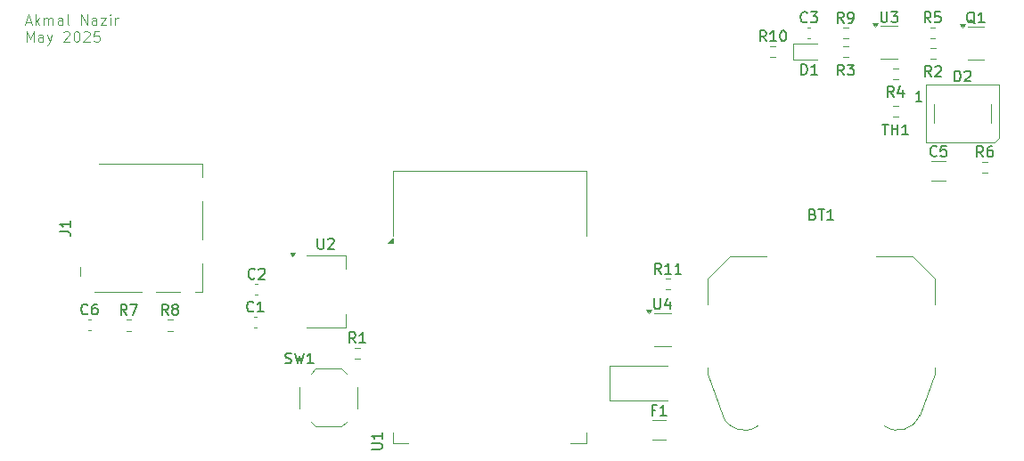
<source format=gbr>
%TF.GenerationSoftware,KiCad,Pcbnew,8.0.6*%
%TF.CreationDate,2025-05-20T21:00:01-04:00*%
%TF.ProjectId,aquasage,61717561-7361-4676-952e-6b696361645f,rev?*%
%TF.SameCoordinates,Original*%
%TF.FileFunction,Legend,Top*%
%TF.FilePolarity,Positive*%
%FSLAX46Y46*%
G04 Gerber Fmt 4.6, Leading zero omitted, Abs format (unit mm)*
G04 Created by KiCad (PCBNEW 8.0.6) date 2025-05-20 21:00:01*
%MOMM*%
%LPD*%
G01*
G04 APERTURE LIST*
%ADD10C,0.100000*%
%ADD11C,0.150000*%
%ADD12C,0.120000*%
G04 APERTURE END LIST*
D10*
X54586865Y-26932760D02*
X55063055Y-26932760D01*
X54491627Y-27218475D02*
X54824960Y-26218475D01*
X54824960Y-26218475D02*
X55158293Y-27218475D01*
X55491627Y-27218475D02*
X55491627Y-26218475D01*
X55586865Y-26837522D02*
X55872579Y-27218475D01*
X55872579Y-26551808D02*
X55491627Y-26932760D01*
X56301151Y-27218475D02*
X56301151Y-26551808D01*
X56301151Y-26647046D02*
X56348770Y-26599427D01*
X56348770Y-26599427D02*
X56444008Y-26551808D01*
X56444008Y-26551808D02*
X56586865Y-26551808D01*
X56586865Y-26551808D02*
X56682103Y-26599427D01*
X56682103Y-26599427D02*
X56729722Y-26694665D01*
X56729722Y-26694665D02*
X56729722Y-27218475D01*
X56729722Y-26694665D02*
X56777341Y-26599427D01*
X56777341Y-26599427D02*
X56872579Y-26551808D01*
X56872579Y-26551808D02*
X57015436Y-26551808D01*
X57015436Y-26551808D02*
X57110675Y-26599427D01*
X57110675Y-26599427D02*
X57158294Y-26694665D01*
X57158294Y-26694665D02*
X57158294Y-27218475D01*
X58063055Y-27218475D02*
X58063055Y-26694665D01*
X58063055Y-26694665D02*
X58015436Y-26599427D01*
X58015436Y-26599427D02*
X57920198Y-26551808D01*
X57920198Y-26551808D02*
X57729722Y-26551808D01*
X57729722Y-26551808D02*
X57634484Y-26599427D01*
X58063055Y-27170856D02*
X57967817Y-27218475D01*
X57967817Y-27218475D02*
X57729722Y-27218475D01*
X57729722Y-27218475D02*
X57634484Y-27170856D01*
X57634484Y-27170856D02*
X57586865Y-27075617D01*
X57586865Y-27075617D02*
X57586865Y-26980379D01*
X57586865Y-26980379D02*
X57634484Y-26885141D01*
X57634484Y-26885141D02*
X57729722Y-26837522D01*
X57729722Y-26837522D02*
X57967817Y-26837522D01*
X57967817Y-26837522D02*
X58063055Y-26789903D01*
X58682103Y-27218475D02*
X58586865Y-27170856D01*
X58586865Y-27170856D02*
X58539246Y-27075617D01*
X58539246Y-27075617D02*
X58539246Y-26218475D01*
X59824961Y-27218475D02*
X59824961Y-26218475D01*
X59824961Y-26218475D02*
X60396389Y-27218475D01*
X60396389Y-27218475D02*
X60396389Y-26218475D01*
X61301151Y-27218475D02*
X61301151Y-26694665D01*
X61301151Y-26694665D02*
X61253532Y-26599427D01*
X61253532Y-26599427D02*
X61158294Y-26551808D01*
X61158294Y-26551808D02*
X60967818Y-26551808D01*
X60967818Y-26551808D02*
X60872580Y-26599427D01*
X61301151Y-27170856D02*
X61205913Y-27218475D01*
X61205913Y-27218475D02*
X60967818Y-27218475D01*
X60967818Y-27218475D02*
X60872580Y-27170856D01*
X60872580Y-27170856D02*
X60824961Y-27075617D01*
X60824961Y-27075617D02*
X60824961Y-26980379D01*
X60824961Y-26980379D02*
X60872580Y-26885141D01*
X60872580Y-26885141D02*
X60967818Y-26837522D01*
X60967818Y-26837522D02*
X61205913Y-26837522D01*
X61205913Y-26837522D02*
X61301151Y-26789903D01*
X61682104Y-26551808D02*
X62205913Y-26551808D01*
X62205913Y-26551808D02*
X61682104Y-27218475D01*
X61682104Y-27218475D02*
X62205913Y-27218475D01*
X62586866Y-27218475D02*
X62586866Y-26551808D01*
X62586866Y-26218475D02*
X62539247Y-26266094D01*
X62539247Y-26266094D02*
X62586866Y-26313713D01*
X62586866Y-26313713D02*
X62634485Y-26266094D01*
X62634485Y-26266094D02*
X62586866Y-26218475D01*
X62586866Y-26218475D02*
X62586866Y-26313713D01*
X63063056Y-27218475D02*
X63063056Y-26551808D01*
X63063056Y-26742284D02*
X63110675Y-26647046D01*
X63110675Y-26647046D02*
X63158294Y-26599427D01*
X63158294Y-26599427D02*
X63253532Y-26551808D01*
X63253532Y-26551808D02*
X63348770Y-26551808D01*
X54634484Y-28828419D02*
X54634484Y-27828419D01*
X54634484Y-27828419D02*
X54967817Y-28542704D01*
X54967817Y-28542704D02*
X55301150Y-27828419D01*
X55301150Y-27828419D02*
X55301150Y-28828419D01*
X56205912Y-28828419D02*
X56205912Y-28304609D01*
X56205912Y-28304609D02*
X56158293Y-28209371D01*
X56158293Y-28209371D02*
X56063055Y-28161752D01*
X56063055Y-28161752D02*
X55872579Y-28161752D01*
X55872579Y-28161752D02*
X55777341Y-28209371D01*
X56205912Y-28780800D02*
X56110674Y-28828419D01*
X56110674Y-28828419D02*
X55872579Y-28828419D01*
X55872579Y-28828419D02*
X55777341Y-28780800D01*
X55777341Y-28780800D02*
X55729722Y-28685561D01*
X55729722Y-28685561D02*
X55729722Y-28590323D01*
X55729722Y-28590323D02*
X55777341Y-28495085D01*
X55777341Y-28495085D02*
X55872579Y-28447466D01*
X55872579Y-28447466D02*
X56110674Y-28447466D01*
X56110674Y-28447466D02*
X56205912Y-28399847D01*
X56586865Y-28161752D02*
X56824960Y-28828419D01*
X57063055Y-28161752D02*
X56824960Y-28828419D01*
X56824960Y-28828419D02*
X56729722Y-29066514D01*
X56729722Y-29066514D02*
X56682103Y-29114133D01*
X56682103Y-29114133D02*
X56586865Y-29161752D01*
X58158294Y-27923657D02*
X58205913Y-27876038D01*
X58205913Y-27876038D02*
X58301151Y-27828419D01*
X58301151Y-27828419D02*
X58539246Y-27828419D01*
X58539246Y-27828419D02*
X58634484Y-27876038D01*
X58634484Y-27876038D02*
X58682103Y-27923657D01*
X58682103Y-27923657D02*
X58729722Y-28018895D01*
X58729722Y-28018895D02*
X58729722Y-28114133D01*
X58729722Y-28114133D02*
X58682103Y-28256990D01*
X58682103Y-28256990D02*
X58110675Y-28828419D01*
X58110675Y-28828419D02*
X58729722Y-28828419D01*
X59348770Y-27828419D02*
X59444008Y-27828419D01*
X59444008Y-27828419D02*
X59539246Y-27876038D01*
X59539246Y-27876038D02*
X59586865Y-27923657D01*
X59586865Y-27923657D02*
X59634484Y-28018895D01*
X59634484Y-28018895D02*
X59682103Y-28209371D01*
X59682103Y-28209371D02*
X59682103Y-28447466D01*
X59682103Y-28447466D02*
X59634484Y-28637942D01*
X59634484Y-28637942D02*
X59586865Y-28733180D01*
X59586865Y-28733180D02*
X59539246Y-28780800D01*
X59539246Y-28780800D02*
X59444008Y-28828419D01*
X59444008Y-28828419D02*
X59348770Y-28828419D01*
X59348770Y-28828419D02*
X59253532Y-28780800D01*
X59253532Y-28780800D02*
X59205913Y-28733180D01*
X59205913Y-28733180D02*
X59158294Y-28637942D01*
X59158294Y-28637942D02*
X59110675Y-28447466D01*
X59110675Y-28447466D02*
X59110675Y-28209371D01*
X59110675Y-28209371D02*
X59158294Y-28018895D01*
X59158294Y-28018895D02*
X59205913Y-27923657D01*
X59205913Y-27923657D02*
X59253532Y-27876038D01*
X59253532Y-27876038D02*
X59348770Y-27828419D01*
X60063056Y-27923657D02*
X60110675Y-27876038D01*
X60110675Y-27876038D02*
X60205913Y-27828419D01*
X60205913Y-27828419D02*
X60444008Y-27828419D01*
X60444008Y-27828419D02*
X60539246Y-27876038D01*
X60539246Y-27876038D02*
X60586865Y-27923657D01*
X60586865Y-27923657D02*
X60634484Y-28018895D01*
X60634484Y-28018895D02*
X60634484Y-28114133D01*
X60634484Y-28114133D02*
X60586865Y-28256990D01*
X60586865Y-28256990D02*
X60015437Y-28828419D01*
X60015437Y-28828419D02*
X60634484Y-28828419D01*
X61539246Y-27828419D02*
X61063056Y-27828419D01*
X61063056Y-27828419D02*
X61015437Y-28304609D01*
X61015437Y-28304609D02*
X61063056Y-28256990D01*
X61063056Y-28256990D02*
X61158294Y-28209371D01*
X61158294Y-28209371D02*
X61396389Y-28209371D01*
X61396389Y-28209371D02*
X61491627Y-28256990D01*
X61491627Y-28256990D02*
X61539246Y-28304609D01*
X61539246Y-28304609D02*
X61586865Y-28399847D01*
X61586865Y-28399847D02*
X61586865Y-28637942D01*
X61586865Y-28637942D02*
X61539246Y-28733180D01*
X61539246Y-28733180D02*
X61491627Y-28780800D01*
X61491627Y-28780800D02*
X61396389Y-28828419D01*
X61396389Y-28828419D02*
X61158294Y-28828419D01*
X61158294Y-28828419D02*
X61063056Y-28780800D01*
X61063056Y-28780800D02*
X61015437Y-28733180D01*
D11*
X144741661Y-27091457D02*
X144646423Y-27043838D01*
X144646423Y-27043838D02*
X144551185Y-26948600D01*
X144551185Y-26948600D02*
X144408328Y-26805742D01*
X144408328Y-26805742D02*
X144313090Y-26758123D01*
X144313090Y-26758123D02*
X144217852Y-26758123D01*
X144265471Y-26996219D02*
X144170233Y-26948600D01*
X144170233Y-26948600D02*
X144074995Y-26853361D01*
X144074995Y-26853361D02*
X144027376Y-26662885D01*
X144027376Y-26662885D02*
X144027376Y-26329552D01*
X144027376Y-26329552D02*
X144074995Y-26139076D01*
X144074995Y-26139076D02*
X144170233Y-26043838D01*
X144170233Y-26043838D02*
X144265471Y-25996219D01*
X144265471Y-25996219D02*
X144455947Y-25996219D01*
X144455947Y-25996219D02*
X144551185Y-26043838D01*
X144551185Y-26043838D02*
X144646423Y-26139076D01*
X144646423Y-26139076D02*
X144694042Y-26329552D01*
X144694042Y-26329552D02*
X144694042Y-26662885D01*
X144694042Y-26662885D02*
X144646423Y-26853361D01*
X144646423Y-26853361D02*
X144551185Y-26948600D01*
X144551185Y-26948600D02*
X144455947Y-26996219D01*
X144455947Y-26996219D02*
X144265471Y-26996219D01*
X145646423Y-26996219D02*
X145074995Y-26996219D01*
X145360709Y-26996219D02*
X145360709Y-25996219D01*
X145360709Y-25996219D02*
X145265471Y-26139076D01*
X145265471Y-26139076D02*
X145170233Y-26234314D01*
X145170233Y-26234314D02*
X145074995Y-26281933D01*
X114280195Y-53249819D02*
X114280195Y-54059342D01*
X114280195Y-54059342D02*
X114327814Y-54154580D01*
X114327814Y-54154580D02*
X114375433Y-54202200D01*
X114375433Y-54202200D02*
X114470671Y-54249819D01*
X114470671Y-54249819D02*
X114661147Y-54249819D01*
X114661147Y-54249819D02*
X114756385Y-54202200D01*
X114756385Y-54202200D02*
X114804004Y-54154580D01*
X114804004Y-54154580D02*
X114851623Y-54059342D01*
X114851623Y-54059342D02*
X114851623Y-53249819D01*
X115756385Y-53583152D02*
X115756385Y-54249819D01*
X115518290Y-53202200D02*
X115280195Y-53916485D01*
X115280195Y-53916485D02*
X115899242Y-53916485D01*
X135825495Y-25961019D02*
X135825495Y-26770542D01*
X135825495Y-26770542D02*
X135873114Y-26865780D01*
X135873114Y-26865780D02*
X135920733Y-26913400D01*
X135920733Y-26913400D02*
X136015971Y-26961019D01*
X136015971Y-26961019D02*
X136206447Y-26961019D01*
X136206447Y-26961019D02*
X136301685Y-26913400D01*
X136301685Y-26913400D02*
X136349304Y-26865780D01*
X136349304Y-26865780D02*
X136396923Y-26770542D01*
X136396923Y-26770542D02*
X136396923Y-25961019D01*
X136777876Y-25961019D02*
X137396923Y-25961019D01*
X137396923Y-25961019D02*
X137063590Y-26341971D01*
X137063590Y-26341971D02*
X137206447Y-26341971D01*
X137206447Y-26341971D02*
X137301685Y-26389590D01*
X137301685Y-26389590D02*
X137349304Y-26437209D01*
X137349304Y-26437209D02*
X137396923Y-26532447D01*
X137396923Y-26532447D02*
X137396923Y-26770542D01*
X137396923Y-26770542D02*
X137349304Y-26865780D01*
X137349304Y-26865780D02*
X137301685Y-26913400D01*
X137301685Y-26913400D02*
X137206447Y-26961019D01*
X137206447Y-26961019D02*
X136920733Y-26961019D01*
X136920733Y-26961019D02*
X136825495Y-26913400D01*
X136825495Y-26913400D02*
X136777876Y-26865780D01*
X82295695Y-47532819D02*
X82295695Y-48342342D01*
X82295695Y-48342342D02*
X82343314Y-48437580D01*
X82343314Y-48437580D02*
X82390933Y-48485200D01*
X82390933Y-48485200D02*
X82486171Y-48532819D01*
X82486171Y-48532819D02*
X82676647Y-48532819D01*
X82676647Y-48532819D02*
X82771885Y-48485200D01*
X82771885Y-48485200D02*
X82819504Y-48437580D01*
X82819504Y-48437580D02*
X82867123Y-48342342D01*
X82867123Y-48342342D02*
X82867123Y-47532819D01*
X83295695Y-47628057D02*
X83343314Y-47580438D01*
X83343314Y-47580438D02*
X83438552Y-47532819D01*
X83438552Y-47532819D02*
X83676647Y-47532819D01*
X83676647Y-47532819D02*
X83771885Y-47580438D01*
X83771885Y-47580438D02*
X83819504Y-47628057D01*
X83819504Y-47628057D02*
X83867123Y-47723295D01*
X83867123Y-47723295D02*
X83867123Y-47818533D01*
X83867123Y-47818533D02*
X83819504Y-47961390D01*
X83819504Y-47961390D02*
X83248076Y-48532819D01*
X83248076Y-48532819D02*
X83867123Y-48532819D01*
X87415019Y-67589304D02*
X88224542Y-67589304D01*
X88224542Y-67589304D02*
X88319780Y-67541685D01*
X88319780Y-67541685D02*
X88367400Y-67494066D01*
X88367400Y-67494066D02*
X88415019Y-67398828D01*
X88415019Y-67398828D02*
X88415019Y-67208352D01*
X88415019Y-67208352D02*
X88367400Y-67113114D01*
X88367400Y-67113114D02*
X88319780Y-67065495D01*
X88319780Y-67065495D02*
X88224542Y-67017876D01*
X88224542Y-67017876D02*
X87415019Y-67017876D01*
X88415019Y-66017876D02*
X88415019Y-66589304D01*
X88415019Y-66303590D02*
X87415019Y-66303590D01*
X87415019Y-66303590D02*
X87557876Y-66398828D01*
X87557876Y-66398828D02*
X87653114Y-66494066D01*
X87653114Y-66494066D02*
X87700733Y-66589304D01*
X135936686Y-36666819D02*
X136508114Y-36666819D01*
X136222400Y-37666819D02*
X136222400Y-36666819D01*
X136841448Y-37666819D02*
X136841448Y-36666819D01*
X136841448Y-37143009D02*
X137412876Y-37143009D01*
X137412876Y-37666819D02*
X137412876Y-36666819D01*
X138412876Y-37666819D02*
X137841448Y-37666819D01*
X138127162Y-37666819D02*
X138127162Y-36666819D01*
X138127162Y-36666819D02*
X138031924Y-36809676D01*
X138031924Y-36809676D02*
X137936686Y-36904914D01*
X137936686Y-36904914D02*
X137841448Y-36952533D01*
X79235467Y-59386000D02*
X79378324Y-59433619D01*
X79378324Y-59433619D02*
X79616419Y-59433619D01*
X79616419Y-59433619D02*
X79711657Y-59386000D01*
X79711657Y-59386000D02*
X79759276Y-59338380D01*
X79759276Y-59338380D02*
X79806895Y-59243142D01*
X79806895Y-59243142D02*
X79806895Y-59147904D01*
X79806895Y-59147904D02*
X79759276Y-59052666D01*
X79759276Y-59052666D02*
X79711657Y-59005047D01*
X79711657Y-59005047D02*
X79616419Y-58957428D01*
X79616419Y-58957428D02*
X79425943Y-58909809D01*
X79425943Y-58909809D02*
X79330705Y-58862190D01*
X79330705Y-58862190D02*
X79283086Y-58814571D01*
X79283086Y-58814571D02*
X79235467Y-58719333D01*
X79235467Y-58719333D02*
X79235467Y-58624095D01*
X79235467Y-58624095D02*
X79283086Y-58528857D01*
X79283086Y-58528857D02*
X79330705Y-58481238D01*
X79330705Y-58481238D02*
X79425943Y-58433619D01*
X79425943Y-58433619D02*
X79664038Y-58433619D01*
X79664038Y-58433619D02*
X79806895Y-58481238D01*
X80140229Y-58433619D02*
X80378324Y-59433619D01*
X80378324Y-59433619D02*
X80568800Y-58719333D01*
X80568800Y-58719333D02*
X80759276Y-59433619D01*
X80759276Y-59433619D02*
X80997372Y-58433619D01*
X81902133Y-59433619D02*
X81330705Y-59433619D01*
X81616419Y-59433619D02*
X81616419Y-58433619D01*
X81616419Y-58433619D02*
X81521181Y-58576476D01*
X81521181Y-58576476D02*
X81425943Y-58671714D01*
X81425943Y-58671714D02*
X81330705Y-58719333D01*
X114939342Y-50891619D02*
X114606009Y-50415428D01*
X114367914Y-50891619D02*
X114367914Y-49891619D01*
X114367914Y-49891619D02*
X114748866Y-49891619D01*
X114748866Y-49891619D02*
X114844104Y-49939238D01*
X114844104Y-49939238D02*
X114891723Y-49986857D01*
X114891723Y-49986857D02*
X114939342Y-50082095D01*
X114939342Y-50082095D02*
X114939342Y-50224952D01*
X114939342Y-50224952D02*
X114891723Y-50320190D01*
X114891723Y-50320190D02*
X114844104Y-50367809D01*
X114844104Y-50367809D02*
X114748866Y-50415428D01*
X114748866Y-50415428D02*
X114367914Y-50415428D01*
X115891723Y-50891619D02*
X115320295Y-50891619D01*
X115606009Y-50891619D02*
X115606009Y-49891619D01*
X115606009Y-49891619D02*
X115510771Y-50034476D01*
X115510771Y-50034476D02*
X115415533Y-50129714D01*
X115415533Y-50129714D02*
X115320295Y-50177333D01*
X116844104Y-50891619D02*
X116272676Y-50891619D01*
X116558390Y-50891619D02*
X116558390Y-49891619D01*
X116558390Y-49891619D02*
X116463152Y-50034476D01*
X116463152Y-50034476D02*
X116367914Y-50129714D01*
X116367914Y-50129714D02*
X116272676Y-50177333D01*
X124908742Y-28769219D02*
X124575409Y-28293028D01*
X124337314Y-28769219D02*
X124337314Y-27769219D01*
X124337314Y-27769219D02*
X124718266Y-27769219D01*
X124718266Y-27769219D02*
X124813504Y-27816838D01*
X124813504Y-27816838D02*
X124861123Y-27864457D01*
X124861123Y-27864457D02*
X124908742Y-27959695D01*
X124908742Y-27959695D02*
X124908742Y-28102552D01*
X124908742Y-28102552D02*
X124861123Y-28197790D01*
X124861123Y-28197790D02*
X124813504Y-28245409D01*
X124813504Y-28245409D02*
X124718266Y-28293028D01*
X124718266Y-28293028D02*
X124337314Y-28293028D01*
X125861123Y-28769219D02*
X125289695Y-28769219D01*
X125575409Y-28769219D02*
X125575409Y-27769219D01*
X125575409Y-27769219D02*
X125480171Y-27912076D01*
X125480171Y-27912076D02*
X125384933Y-28007314D01*
X125384933Y-28007314D02*
X125289695Y-28054933D01*
X126480171Y-27769219D02*
X126575409Y-27769219D01*
X126575409Y-27769219D02*
X126670647Y-27816838D01*
X126670647Y-27816838D02*
X126718266Y-27864457D01*
X126718266Y-27864457D02*
X126765885Y-27959695D01*
X126765885Y-27959695D02*
X126813504Y-28150171D01*
X126813504Y-28150171D02*
X126813504Y-28388266D01*
X126813504Y-28388266D02*
X126765885Y-28578742D01*
X126765885Y-28578742D02*
X126718266Y-28673980D01*
X126718266Y-28673980D02*
X126670647Y-28721600D01*
X126670647Y-28721600D02*
X126575409Y-28769219D01*
X126575409Y-28769219D02*
X126480171Y-28769219D01*
X126480171Y-28769219D02*
X126384933Y-28721600D01*
X126384933Y-28721600D02*
X126337314Y-28673980D01*
X126337314Y-28673980D02*
X126289695Y-28578742D01*
X126289695Y-28578742D02*
X126242076Y-28388266D01*
X126242076Y-28388266D02*
X126242076Y-28150171D01*
X126242076Y-28150171D02*
X126289695Y-27959695D01*
X126289695Y-27959695D02*
X126337314Y-27864457D01*
X126337314Y-27864457D02*
X126384933Y-27816838D01*
X126384933Y-27816838D02*
X126480171Y-27769219D01*
X132280533Y-27016619D02*
X131947200Y-26540428D01*
X131709105Y-27016619D02*
X131709105Y-26016619D01*
X131709105Y-26016619D02*
X132090057Y-26016619D01*
X132090057Y-26016619D02*
X132185295Y-26064238D01*
X132185295Y-26064238D02*
X132232914Y-26111857D01*
X132232914Y-26111857D02*
X132280533Y-26207095D01*
X132280533Y-26207095D02*
X132280533Y-26349952D01*
X132280533Y-26349952D02*
X132232914Y-26445190D01*
X132232914Y-26445190D02*
X132185295Y-26492809D01*
X132185295Y-26492809D02*
X132090057Y-26540428D01*
X132090057Y-26540428D02*
X131709105Y-26540428D01*
X132756724Y-27016619D02*
X132947200Y-27016619D01*
X132947200Y-27016619D02*
X133042438Y-26969000D01*
X133042438Y-26969000D02*
X133090057Y-26921380D01*
X133090057Y-26921380D02*
X133185295Y-26778523D01*
X133185295Y-26778523D02*
X133232914Y-26588047D01*
X133232914Y-26588047D02*
X133232914Y-26207095D01*
X133232914Y-26207095D02*
X133185295Y-26111857D01*
X133185295Y-26111857D02*
X133137676Y-26064238D01*
X133137676Y-26064238D02*
X133042438Y-26016619D01*
X133042438Y-26016619D02*
X132851962Y-26016619D01*
X132851962Y-26016619D02*
X132756724Y-26064238D01*
X132756724Y-26064238D02*
X132709105Y-26111857D01*
X132709105Y-26111857D02*
X132661486Y-26207095D01*
X132661486Y-26207095D02*
X132661486Y-26445190D01*
X132661486Y-26445190D02*
X132709105Y-26540428D01*
X132709105Y-26540428D02*
X132756724Y-26588047D01*
X132756724Y-26588047D02*
X132851962Y-26635666D01*
X132851962Y-26635666D02*
X133042438Y-26635666D01*
X133042438Y-26635666D02*
X133137676Y-26588047D01*
X133137676Y-26588047D02*
X133185295Y-26540428D01*
X133185295Y-26540428D02*
X133232914Y-26445190D01*
X68103133Y-54817819D02*
X67769800Y-54341628D01*
X67531705Y-54817819D02*
X67531705Y-53817819D01*
X67531705Y-53817819D02*
X67912657Y-53817819D01*
X67912657Y-53817819D02*
X68007895Y-53865438D01*
X68007895Y-53865438D02*
X68055514Y-53913057D01*
X68055514Y-53913057D02*
X68103133Y-54008295D01*
X68103133Y-54008295D02*
X68103133Y-54151152D01*
X68103133Y-54151152D02*
X68055514Y-54246390D01*
X68055514Y-54246390D02*
X68007895Y-54294009D01*
X68007895Y-54294009D02*
X67912657Y-54341628D01*
X67912657Y-54341628D02*
X67531705Y-54341628D01*
X68674562Y-54246390D02*
X68579324Y-54198771D01*
X68579324Y-54198771D02*
X68531705Y-54151152D01*
X68531705Y-54151152D02*
X68484086Y-54055914D01*
X68484086Y-54055914D02*
X68484086Y-54008295D01*
X68484086Y-54008295D02*
X68531705Y-53913057D01*
X68531705Y-53913057D02*
X68579324Y-53865438D01*
X68579324Y-53865438D02*
X68674562Y-53817819D01*
X68674562Y-53817819D02*
X68865038Y-53817819D01*
X68865038Y-53817819D02*
X68960276Y-53865438D01*
X68960276Y-53865438D02*
X69007895Y-53913057D01*
X69007895Y-53913057D02*
X69055514Y-54008295D01*
X69055514Y-54008295D02*
X69055514Y-54055914D01*
X69055514Y-54055914D02*
X69007895Y-54151152D01*
X69007895Y-54151152D02*
X68960276Y-54198771D01*
X68960276Y-54198771D02*
X68865038Y-54246390D01*
X68865038Y-54246390D02*
X68674562Y-54246390D01*
X68674562Y-54246390D02*
X68579324Y-54294009D01*
X68579324Y-54294009D02*
X68531705Y-54341628D01*
X68531705Y-54341628D02*
X68484086Y-54436866D01*
X68484086Y-54436866D02*
X68484086Y-54627342D01*
X68484086Y-54627342D02*
X68531705Y-54722580D01*
X68531705Y-54722580D02*
X68579324Y-54770200D01*
X68579324Y-54770200D02*
X68674562Y-54817819D01*
X68674562Y-54817819D02*
X68865038Y-54817819D01*
X68865038Y-54817819D02*
X68960276Y-54770200D01*
X68960276Y-54770200D02*
X69007895Y-54722580D01*
X69007895Y-54722580D02*
X69055514Y-54627342D01*
X69055514Y-54627342D02*
X69055514Y-54436866D01*
X69055514Y-54436866D02*
X69007895Y-54341628D01*
X69007895Y-54341628D02*
X68960276Y-54294009D01*
X68960276Y-54294009D02*
X68865038Y-54246390D01*
X64178333Y-54817819D02*
X63845000Y-54341628D01*
X63606905Y-54817819D02*
X63606905Y-53817819D01*
X63606905Y-53817819D02*
X63987857Y-53817819D01*
X63987857Y-53817819D02*
X64083095Y-53865438D01*
X64083095Y-53865438D02*
X64130714Y-53913057D01*
X64130714Y-53913057D02*
X64178333Y-54008295D01*
X64178333Y-54008295D02*
X64178333Y-54151152D01*
X64178333Y-54151152D02*
X64130714Y-54246390D01*
X64130714Y-54246390D02*
X64083095Y-54294009D01*
X64083095Y-54294009D02*
X63987857Y-54341628D01*
X63987857Y-54341628D02*
X63606905Y-54341628D01*
X64511667Y-53817819D02*
X65178333Y-53817819D01*
X65178333Y-53817819D02*
X64749762Y-54817819D01*
X145527733Y-39766419D02*
X145194400Y-39290228D01*
X144956305Y-39766419D02*
X144956305Y-38766419D01*
X144956305Y-38766419D02*
X145337257Y-38766419D01*
X145337257Y-38766419D02*
X145432495Y-38814038D01*
X145432495Y-38814038D02*
X145480114Y-38861657D01*
X145480114Y-38861657D02*
X145527733Y-38956895D01*
X145527733Y-38956895D02*
X145527733Y-39099752D01*
X145527733Y-39099752D02*
X145480114Y-39194990D01*
X145480114Y-39194990D02*
X145432495Y-39242609D01*
X145432495Y-39242609D02*
X145337257Y-39290228D01*
X145337257Y-39290228D02*
X144956305Y-39290228D01*
X146384876Y-38766419D02*
X146194400Y-38766419D01*
X146194400Y-38766419D02*
X146099162Y-38814038D01*
X146099162Y-38814038D02*
X146051543Y-38861657D01*
X146051543Y-38861657D02*
X145956305Y-39004514D01*
X145956305Y-39004514D02*
X145908686Y-39194990D01*
X145908686Y-39194990D02*
X145908686Y-39575942D01*
X145908686Y-39575942D02*
X145956305Y-39671180D01*
X145956305Y-39671180D02*
X146003924Y-39718800D01*
X146003924Y-39718800D02*
X146099162Y-39766419D01*
X146099162Y-39766419D02*
X146289638Y-39766419D01*
X146289638Y-39766419D02*
X146384876Y-39718800D01*
X146384876Y-39718800D02*
X146432495Y-39671180D01*
X146432495Y-39671180D02*
X146480114Y-39575942D01*
X146480114Y-39575942D02*
X146480114Y-39337847D01*
X146480114Y-39337847D02*
X146432495Y-39242609D01*
X146432495Y-39242609D02*
X146384876Y-39194990D01*
X146384876Y-39194990D02*
X146289638Y-39147371D01*
X146289638Y-39147371D02*
X146099162Y-39147371D01*
X146099162Y-39147371D02*
X146003924Y-39194990D01*
X146003924Y-39194990D02*
X145956305Y-39242609D01*
X145956305Y-39242609D02*
X145908686Y-39337847D01*
X140547733Y-26991219D02*
X140214400Y-26515028D01*
X139976305Y-26991219D02*
X139976305Y-25991219D01*
X139976305Y-25991219D02*
X140357257Y-25991219D01*
X140357257Y-25991219D02*
X140452495Y-26038838D01*
X140452495Y-26038838D02*
X140500114Y-26086457D01*
X140500114Y-26086457D02*
X140547733Y-26181695D01*
X140547733Y-26181695D02*
X140547733Y-26324552D01*
X140547733Y-26324552D02*
X140500114Y-26419790D01*
X140500114Y-26419790D02*
X140452495Y-26467409D01*
X140452495Y-26467409D02*
X140357257Y-26515028D01*
X140357257Y-26515028D02*
X139976305Y-26515028D01*
X141452495Y-25991219D02*
X140976305Y-25991219D01*
X140976305Y-25991219D02*
X140928686Y-26467409D01*
X140928686Y-26467409D02*
X140976305Y-26419790D01*
X140976305Y-26419790D02*
X141071543Y-26372171D01*
X141071543Y-26372171D02*
X141309638Y-26372171D01*
X141309638Y-26372171D02*
X141404876Y-26419790D01*
X141404876Y-26419790D02*
X141452495Y-26467409D01*
X141452495Y-26467409D02*
X141500114Y-26562647D01*
X141500114Y-26562647D02*
X141500114Y-26800742D01*
X141500114Y-26800742D02*
X141452495Y-26895980D01*
X141452495Y-26895980D02*
X141404876Y-26943600D01*
X141404876Y-26943600D02*
X141309638Y-26991219D01*
X141309638Y-26991219D02*
X141071543Y-26991219D01*
X141071543Y-26991219D02*
X140976305Y-26943600D01*
X140976305Y-26943600D02*
X140928686Y-26895980D01*
X137030333Y-34060019D02*
X136697000Y-33583828D01*
X136458905Y-34060019D02*
X136458905Y-33060019D01*
X136458905Y-33060019D02*
X136839857Y-33060019D01*
X136839857Y-33060019D02*
X136935095Y-33107638D01*
X136935095Y-33107638D02*
X136982714Y-33155257D01*
X136982714Y-33155257D02*
X137030333Y-33250495D01*
X137030333Y-33250495D02*
X137030333Y-33393352D01*
X137030333Y-33393352D02*
X136982714Y-33488590D01*
X136982714Y-33488590D02*
X136935095Y-33536209D01*
X136935095Y-33536209D02*
X136839857Y-33583828D01*
X136839857Y-33583828D02*
X136458905Y-33583828D01*
X137887476Y-33393352D02*
X137887476Y-34060019D01*
X137649381Y-33012400D02*
X137411286Y-33726685D01*
X137411286Y-33726685D02*
X138030333Y-33726685D01*
X132305933Y-32002619D02*
X131972600Y-31526428D01*
X131734505Y-32002619D02*
X131734505Y-31002619D01*
X131734505Y-31002619D02*
X132115457Y-31002619D01*
X132115457Y-31002619D02*
X132210695Y-31050238D01*
X132210695Y-31050238D02*
X132258314Y-31097857D01*
X132258314Y-31097857D02*
X132305933Y-31193095D01*
X132305933Y-31193095D02*
X132305933Y-31335952D01*
X132305933Y-31335952D02*
X132258314Y-31431190D01*
X132258314Y-31431190D02*
X132210695Y-31478809D01*
X132210695Y-31478809D02*
X132115457Y-31526428D01*
X132115457Y-31526428D02*
X131734505Y-31526428D01*
X132639267Y-31002619D02*
X133258314Y-31002619D01*
X133258314Y-31002619D02*
X132924981Y-31383571D01*
X132924981Y-31383571D02*
X133067838Y-31383571D01*
X133067838Y-31383571D02*
X133163076Y-31431190D01*
X133163076Y-31431190D02*
X133210695Y-31478809D01*
X133210695Y-31478809D02*
X133258314Y-31574047D01*
X133258314Y-31574047D02*
X133258314Y-31812142D01*
X133258314Y-31812142D02*
X133210695Y-31907380D01*
X133210695Y-31907380D02*
X133163076Y-31955000D01*
X133163076Y-31955000D02*
X133067838Y-32002619D01*
X133067838Y-32002619D02*
X132782124Y-32002619D01*
X132782124Y-32002619D02*
X132686886Y-31955000D01*
X132686886Y-31955000D02*
X132639267Y-31907380D01*
X140586333Y-32129619D02*
X140253000Y-31653428D01*
X140014905Y-32129619D02*
X140014905Y-31129619D01*
X140014905Y-31129619D02*
X140395857Y-31129619D01*
X140395857Y-31129619D02*
X140491095Y-31177238D01*
X140491095Y-31177238D02*
X140538714Y-31224857D01*
X140538714Y-31224857D02*
X140586333Y-31320095D01*
X140586333Y-31320095D02*
X140586333Y-31462952D01*
X140586333Y-31462952D02*
X140538714Y-31558190D01*
X140538714Y-31558190D02*
X140491095Y-31605809D01*
X140491095Y-31605809D02*
X140395857Y-31653428D01*
X140395857Y-31653428D02*
X140014905Y-31653428D01*
X140967286Y-31224857D02*
X141014905Y-31177238D01*
X141014905Y-31177238D02*
X141110143Y-31129619D01*
X141110143Y-31129619D02*
X141348238Y-31129619D01*
X141348238Y-31129619D02*
X141443476Y-31177238D01*
X141443476Y-31177238D02*
X141491095Y-31224857D01*
X141491095Y-31224857D02*
X141538714Y-31320095D01*
X141538714Y-31320095D02*
X141538714Y-31415333D01*
X141538714Y-31415333D02*
X141491095Y-31558190D01*
X141491095Y-31558190D02*
X140919667Y-32129619D01*
X140919667Y-32129619D02*
X141538714Y-32129619D01*
X85901733Y-57470219D02*
X85568400Y-56994028D01*
X85330305Y-57470219D02*
X85330305Y-56470219D01*
X85330305Y-56470219D02*
X85711257Y-56470219D01*
X85711257Y-56470219D02*
X85806495Y-56517838D01*
X85806495Y-56517838D02*
X85854114Y-56565457D01*
X85854114Y-56565457D02*
X85901733Y-56660695D01*
X85901733Y-56660695D02*
X85901733Y-56803552D01*
X85901733Y-56803552D02*
X85854114Y-56898790D01*
X85854114Y-56898790D02*
X85806495Y-56946409D01*
X85806495Y-56946409D02*
X85711257Y-56994028D01*
X85711257Y-56994028D02*
X85330305Y-56994028D01*
X86854114Y-57470219D02*
X86282686Y-57470219D01*
X86568400Y-57470219D02*
X86568400Y-56470219D01*
X86568400Y-56470219D02*
X86473162Y-56613076D01*
X86473162Y-56613076D02*
X86377924Y-56708314D01*
X86377924Y-56708314D02*
X86282686Y-56755933D01*
X57826819Y-46880733D02*
X58541104Y-46880733D01*
X58541104Y-46880733D02*
X58683961Y-46928352D01*
X58683961Y-46928352D02*
X58779200Y-47023590D01*
X58779200Y-47023590D02*
X58826819Y-47166447D01*
X58826819Y-47166447D02*
X58826819Y-47261685D01*
X58826819Y-45880733D02*
X58826819Y-46452161D01*
X58826819Y-46166447D02*
X57826819Y-46166447D01*
X57826819Y-46166447D02*
X57969676Y-46261685D01*
X57969676Y-46261685D02*
X58064914Y-46356923D01*
X58064914Y-46356923D02*
X58112533Y-46452161D01*
X114395466Y-63846209D02*
X114062133Y-63846209D01*
X114062133Y-64370019D02*
X114062133Y-63370019D01*
X114062133Y-63370019D02*
X114538323Y-63370019D01*
X115443085Y-64370019D02*
X114871657Y-64370019D01*
X115157371Y-64370019D02*
X115157371Y-63370019D01*
X115157371Y-63370019D02*
X115062133Y-63512876D01*
X115062133Y-63512876D02*
X114966895Y-63608114D01*
X114966895Y-63608114D02*
X114871657Y-63655733D01*
X142822705Y-32591019D02*
X142822705Y-31591019D01*
X142822705Y-31591019D02*
X143060800Y-31591019D01*
X143060800Y-31591019D02*
X143203657Y-31638638D01*
X143203657Y-31638638D02*
X143298895Y-31733876D01*
X143298895Y-31733876D02*
X143346514Y-31829114D01*
X143346514Y-31829114D02*
X143394133Y-32019590D01*
X143394133Y-32019590D02*
X143394133Y-32162447D01*
X143394133Y-32162447D02*
X143346514Y-32352923D01*
X143346514Y-32352923D02*
X143298895Y-32448161D01*
X143298895Y-32448161D02*
X143203657Y-32543400D01*
X143203657Y-32543400D02*
X143060800Y-32591019D01*
X143060800Y-32591019D02*
X142822705Y-32591019D01*
X143775086Y-31686257D02*
X143822705Y-31638638D01*
X143822705Y-31638638D02*
X143917943Y-31591019D01*
X143917943Y-31591019D02*
X144156038Y-31591019D01*
X144156038Y-31591019D02*
X144251276Y-31638638D01*
X144251276Y-31638638D02*
X144298895Y-31686257D01*
X144298895Y-31686257D02*
X144346514Y-31781495D01*
X144346514Y-31781495D02*
X144346514Y-31876733D01*
X144346514Y-31876733D02*
X144298895Y-32019590D01*
X144298895Y-32019590D02*
X143727467Y-32591019D01*
X143727467Y-32591019D02*
X144346514Y-32591019D01*
X139696514Y-34491019D02*
X139125086Y-34491019D01*
X139410800Y-34491019D02*
X139410800Y-33491019D01*
X139410800Y-33491019D02*
X139315562Y-33633876D01*
X139315562Y-33633876D02*
X139220324Y-33729114D01*
X139220324Y-33729114D02*
X139125086Y-33776733D01*
X128255805Y-31951819D02*
X128255805Y-30951819D01*
X128255805Y-30951819D02*
X128493900Y-30951819D01*
X128493900Y-30951819D02*
X128636757Y-30999438D01*
X128636757Y-30999438D02*
X128731995Y-31094676D01*
X128731995Y-31094676D02*
X128779614Y-31189914D01*
X128779614Y-31189914D02*
X128827233Y-31380390D01*
X128827233Y-31380390D02*
X128827233Y-31523247D01*
X128827233Y-31523247D02*
X128779614Y-31713723D01*
X128779614Y-31713723D02*
X128731995Y-31808961D01*
X128731995Y-31808961D02*
X128636757Y-31904200D01*
X128636757Y-31904200D02*
X128493900Y-31951819D01*
X128493900Y-31951819D02*
X128255805Y-31951819D01*
X129779614Y-31951819D02*
X129208186Y-31951819D01*
X129493900Y-31951819D02*
X129493900Y-30951819D01*
X129493900Y-30951819D02*
X129398662Y-31094676D01*
X129398662Y-31094676D02*
X129303424Y-31189914D01*
X129303424Y-31189914D02*
X129208186Y-31237533D01*
X60457733Y-54671780D02*
X60410114Y-54719400D01*
X60410114Y-54719400D02*
X60267257Y-54767019D01*
X60267257Y-54767019D02*
X60172019Y-54767019D01*
X60172019Y-54767019D02*
X60029162Y-54719400D01*
X60029162Y-54719400D02*
X59933924Y-54624161D01*
X59933924Y-54624161D02*
X59886305Y-54528923D01*
X59886305Y-54528923D02*
X59838686Y-54338447D01*
X59838686Y-54338447D02*
X59838686Y-54195590D01*
X59838686Y-54195590D02*
X59886305Y-54005114D01*
X59886305Y-54005114D02*
X59933924Y-53909876D01*
X59933924Y-53909876D02*
X60029162Y-53814638D01*
X60029162Y-53814638D02*
X60172019Y-53767019D01*
X60172019Y-53767019D02*
X60267257Y-53767019D01*
X60267257Y-53767019D02*
X60410114Y-53814638D01*
X60410114Y-53814638D02*
X60457733Y-53862257D01*
X61314876Y-53767019D02*
X61124400Y-53767019D01*
X61124400Y-53767019D02*
X61029162Y-53814638D01*
X61029162Y-53814638D02*
X60981543Y-53862257D01*
X60981543Y-53862257D02*
X60886305Y-54005114D01*
X60886305Y-54005114D02*
X60838686Y-54195590D01*
X60838686Y-54195590D02*
X60838686Y-54576542D01*
X60838686Y-54576542D02*
X60886305Y-54671780D01*
X60886305Y-54671780D02*
X60933924Y-54719400D01*
X60933924Y-54719400D02*
X61029162Y-54767019D01*
X61029162Y-54767019D02*
X61219638Y-54767019D01*
X61219638Y-54767019D02*
X61314876Y-54719400D01*
X61314876Y-54719400D02*
X61362495Y-54671780D01*
X61362495Y-54671780D02*
X61410114Y-54576542D01*
X61410114Y-54576542D02*
X61410114Y-54338447D01*
X61410114Y-54338447D02*
X61362495Y-54243209D01*
X61362495Y-54243209D02*
X61314876Y-54195590D01*
X61314876Y-54195590D02*
X61219638Y-54147971D01*
X61219638Y-54147971D02*
X61029162Y-54147971D01*
X61029162Y-54147971D02*
X60933924Y-54195590D01*
X60933924Y-54195590D02*
X60886305Y-54243209D01*
X60886305Y-54243209D02*
X60838686Y-54338447D01*
X141108133Y-39632180D02*
X141060514Y-39679800D01*
X141060514Y-39679800D02*
X140917657Y-39727419D01*
X140917657Y-39727419D02*
X140822419Y-39727419D01*
X140822419Y-39727419D02*
X140679562Y-39679800D01*
X140679562Y-39679800D02*
X140584324Y-39584561D01*
X140584324Y-39584561D02*
X140536705Y-39489323D01*
X140536705Y-39489323D02*
X140489086Y-39298847D01*
X140489086Y-39298847D02*
X140489086Y-39155990D01*
X140489086Y-39155990D02*
X140536705Y-38965514D01*
X140536705Y-38965514D02*
X140584324Y-38870276D01*
X140584324Y-38870276D02*
X140679562Y-38775038D01*
X140679562Y-38775038D02*
X140822419Y-38727419D01*
X140822419Y-38727419D02*
X140917657Y-38727419D01*
X140917657Y-38727419D02*
X141060514Y-38775038D01*
X141060514Y-38775038D02*
X141108133Y-38822657D01*
X142012895Y-38727419D02*
X141536705Y-38727419D01*
X141536705Y-38727419D02*
X141489086Y-39203609D01*
X141489086Y-39203609D02*
X141536705Y-39155990D01*
X141536705Y-39155990D02*
X141631943Y-39108371D01*
X141631943Y-39108371D02*
X141870038Y-39108371D01*
X141870038Y-39108371D02*
X141965276Y-39155990D01*
X141965276Y-39155990D02*
X142012895Y-39203609D01*
X142012895Y-39203609D02*
X142060514Y-39298847D01*
X142060514Y-39298847D02*
X142060514Y-39536942D01*
X142060514Y-39536942D02*
X142012895Y-39632180D01*
X142012895Y-39632180D02*
X141965276Y-39679800D01*
X141965276Y-39679800D02*
X141870038Y-39727419D01*
X141870038Y-39727419D02*
X141631943Y-39727419D01*
X141631943Y-39727419D02*
X141536705Y-39679800D01*
X141536705Y-39679800D02*
X141489086Y-39632180D01*
X128800733Y-26895980D02*
X128753114Y-26943600D01*
X128753114Y-26943600D02*
X128610257Y-26991219D01*
X128610257Y-26991219D02*
X128515019Y-26991219D01*
X128515019Y-26991219D02*
X128372162Y-26943600D01*
X128372162Y-26943600D02*
X128276924Y-26848361D01*
X128276924Y-26848361D02*
X128229305Y-26753123D01*
X128229305Y-26753123D02*
X128181686Y-26562647D01*
X128181686Y-26562647D02*
X128181686Y-26419790D01*
X128181686Y-26419790D02*
X128229305Y-26229314D01*
X128229305Y-26229314D02*
X128276924Y-26134076D01*
X128276924Y-26134076D02*
X128372162Y-26038838D01*
X128372162Y-26038838D02*
X128515019Y-25991219D01*
X128515019Y-25991219D02*
X128610257Y-25991219D01*
X128610257Y-25991219D02*
X128753114Y-26038838D01*
X128753114Y-26038838D02*
X128800733Y-26086457D01*
X129134067Y-25991219D02*
X129753114Y-25991219D01*
X129753114Y-25991219D02*
X129419781Y-26372171D01*
X129419781Y-26372171D02*
X129562638Y-26372171D01*
X129562638Y-26372171D02*
X129657876Y-26419790D01*
X129657876Y-26419790D02*
X129705495Y-26467409D01*
X129705495Y-26467409D02*
X129753114Y-26562647D01*
X129753114Y-26562647D02*
X129753114Y-26800742D01*
X129753114Y-26800742D02*
X129705495Y-26895980D01*
X129705495Y-26895980D02*
X129657876Y-26943600D01*
X129657876Y-26943600D02*
X129562638Y-26991219D01*
X129562638Y-26991219D02*
X129276924Y-26991219D01*
X129276924Y-26991219D02*
X129181686Y-26943600D01*
X129181686Y-26943600D02*
X129134067Y-26895980D01*
X76325133Y-51304380D02*
X76277514Y-51352000D01*
X76277514Y-51352000D02*
X76134657Y-51399619D01*
X76134657Y-51399619D02*
X76039419Y-51399619D01*
X76039419Y-51399619D02*
X75896562Y-51352000D01*
X75896562Y-51352000D02*
X75801324Y-51256761D01*
X75801324Y-51256761D02*
X75753705Y-51161523D01*
X75753705Y-51161523D02*
X75706086Y-50971047D01*
X75706086Y-50971047D02*
X75706086Y-50828190D01*
X75706086Y-50828190D02*
X75753705Y-50637714D01*
X75753705Y-50637714D02*
X75801324Y-50542476D01*
X75801324Y-50542476D02*
X75896562Y-50447238D01*
X75896562Y-50447238D02*
X76039419Y-50399619D01*
X76039419Y-50399619D02*
X76134657Y-50399619D01*
X76134657Y-50399619D02*
X76277514Y-50447238D01*
X76277514Y-50447238D02*
X76325133Y-50494857D01*
X76706086Y-50494857D02*
X76753705Y-50447238D01*
X76753705Y-50447238D02*
X76848943Y-50399619D01*
X76848943Y-50399619D02*
X77087038Y-50399619D01*
X77087038Y-50399619D02*
X77182276Y-50447238D01*
X77182276Y-50447238D02*
X77229895Y-50494857D01*
X77229895Y-50494857D02*
X77277514Y-50590095D01*
X77277514Y-50590095D02*
X77277514Y-50685333D01*
X77277514Y-50685333D02*
X77229895Y-50828190D01*
X77229895Y-50828190D02*
X76658467Y-51399619D01*
X76658467Y-51399619D02*
X77277514Y-51399619D01*
X76211133Y-54428580D02*
X76163514Y-54476200D01*
X76163514Y-54476200D02*
X76020657Y-54523819D01*
X76020657Y-54523819D02*
X75925419Y-54523819D01*
X75925419Y-54523819D02*
X75782562Y-54476200D01*
X75782562Y-54476200D02*
X75687324Y-54380961D01*
X75687324Y-54380961D02*
X75639705Y-54285723D01*
X75639705Y-54285723D02*
X75592086Y-54095247D01*
X75592086Y-54095247D02*
X75592086Y-53952390D01*
X75592086Y-53952390D02*
X75639705Y-53761914D01*
X75639705Y-53761914D02*
X75687324Y-53666676D01*
X75687324Y-53666676D02*
X75782562Y-53571438D01*
X75782562Y-53571438D02*
X75925419Y-53523819D01*
X75925419Y-53523819D02*
X76020657Y-53523819D01*
X76020657Y-53523819D02*
X76163514Y-53571438D01*
X76163514Y-53571438D02*
X76211133Y-53619057D01*
X77163514Y-54523819D02*
X76592086Y-54523819D01*
X76877800Y-54523819D02*
X76877800Y-53523819D01*
X76877800Y-53523819D02*
X76782562Y-53666676D01*
X76782562Y-53666676D02*
X76687324Y-53761914D01*
X76687324Y-53761914D02*
X76592086Y-53809533D01*
X129338485Y-45225409D02*
X129481342Y-45273028D01*
X129481342Y-45273028D02*
X129528961Y-45320647D01*
X129528961Y-45320647D02*
X129576580Y-45415885D01*
X129576580Y-45415885D02*
X129576580Y-45558742D01*
X129576580Y-45558742D02*
X129528961Y-45653980D01*
X129528961Y-45653980D02*
X129481342Y-45701600D01*
X129481342Y-45701600D02*
X129386104Y-45749219D01*
X129386104Y-45749219D02*
X129005152Y-45749219D01*
X129005152Y-45749219D02*
X129005152Y-44749219D01*
X129005152Y-44749219D02*
X129338485Y-44749219D01*
X129338485Y-44749219D02*
X129433723Y-44796838D01*
X129433723Y-44796838D02*
X129481342Y-44844457D01*
X129481342Y-44844457D02*
X129528961Y-44939695D01*
X129528961Y-44939695D02*
X129528961Y-45034933D01*
X129528961Y-45034933D02*
X129481342Y-45130171D01*
X129481342Y-45130171D02*
X129433723Y-45177790D01*
X129433723Y-45177790D02*
X129338485Y-45225409D01*
X129338485Y-45225409D02*
X129005152Y-45225409D01*
X129862295Y-44749219D02*
X130433723Y-44749219D01*
X130148009Y-45749219D02*
X130148009Y-44749219D01*
X131290866Y-45749219D02*
X130719438Y-45749219D01*
X131005152Y-45749219D02*
X131005152Y-44749219D01*
X131005152Y-44749219D02*
X130909914Y-44892076D01*
X130909914Y-44892076D02*
X130814676Y-44987314D01*
X130814676Y-44987314D02*
X130719438Y-45034933D01*
D12*
%TO.C,Q1*%
X144836900Y-27381400D02*
X144036900Y-27381400D01*
X144836900Y-27381400D02*
X145636900Y-27381400D01*
X144836900Y-30501400D02*
X144036900Y-30501400D01*
X144836900Y-30501400D02*
X145636900Y-30501400D01*
X143536900Y-27456400D02*
X143296900Y-27126400D01*
X143776900Y-27126400D01*
X143536900Y-27456400D01*
G36*
X143536900Y-27456400D02*
G01*
X143296900Y-27126400D01*
X143776900Y-27126400D01*
X143536900Y-27456400D01*
G37*
%TO.C,U4*%
X115042100Y-54635000D02*
X114242100Y-54635000D01*
X115042100Y-54635000D02*
X115842100Y-54635000D01*
X115042100Y-57755000D02*
X114242100Y-57755000D01*
X115042100Y-57755000D02*
X115842100Y-57755000D01*
X113742100Y-54685000D02*
X113502100Y-54355000D01*
X113982100Y-54355000D01*
X113742100Y-54685000D01*
G36*
X113742100Y-54685000D02*
G01*
X113502100Y-54355000D01*
X113982100Y-54355000D01*
X113742100Y-54685000D01*
G37*
%TO.C,U3*%
X136587400Y-27346200D02*
X135787400Y-27346200D01*
X136587400Y-27346200D02*
X137387400Y-27346200D01*
X136587400Y-30466200D02*
X135787400Y-30466200D01*
X136587400Y-30466200D02*
X137387400Y-30466200D01*
X135287400Y-27396200D02*
X135047400Y-27066200D01*
X135527400Y-27066200D01*
X135287400Y-27396200D01*
G36*
X135287400Y-27396200D02*
G01*
X135047400Y-27066200D01*
X135527400Y-27066200D01*
X135287400Y-27396200D01*
G37*
%TO.C,U2*%
X81207600Y-49168000D02*
X84967600Y-49168000D01*
X81207600Y-55988000D02*
X84967600Y-55988000D01*
X84967600Y-49168000D02*
X84967600Y-50428000D01*
X84967600Y-55988000D02*
X84967600Y-54728000D01*
X79927600Y-49268000D02*
X79687600Y-48938000D01*
X80167600Y-48938000D01*
X79927600Y-49268000D01*
G36*
X79927600Y-49268000D02*
G01*
X79687600Y-48938000D01*
X80167600Y-48938000D01*
X79927600Y-49268000D01*
G37*
%TO.C,U1*%
X89441200Y-48003000D02*
X88941200Y-48003000D01*
X89441200Y-47503000D01*
X89441200Y-48003000D01*
G36*
X89441200Y-48003000D02*
G01*
X88941200Y-48003000D01*
X89441200Y-47503000D01*
X89441200Y-48003000D01*
G37*
X107841200Y-66978000D02*
X107841200Y-65978000D01*
X107841200Y-66978000D02*
X106341200Y-66978000D01*
X107841200Y-41128000D02*
X107841200Y-47328000D01*
X89441200Y-66978000D02*
X90941200Y-66978000D01*
X89441200Y-65978000D02*
X89441200Y-66978000D01*
X89441200Y-41128000D02*
X107841200Y-41128000D01*
X89441200Y-41128000D02*
X89441200Y-47328000D01*
%TO.C,TH1*%
X136985142Y-34936900D02*
X137459658Y-34936900D01*
X136985142Y-35981900D02*
X137459658Y-35981900D01*
%TO.C,SW1*%
X86087000Y-61682200D02*
X86087000Y-63682200D01*
X85037000Y-64982200D02*
X84587000Y-65432200D01*
X85037000Y-60382200D02*
X84587000Y-59932200D01*
X82087000Y-65432200D02*
X84587000Y-65432200D01*
X82087000Y-59932200D02*
X84587000Y-59932200D01*
X81637000Y-64982200D02*
X82087000Y-65432200D01*
X81637000Y-60382200D02*
X82087000Y-59932200D01*
X80587000Y-61682200D02*
X80587000Y-63682200D01*
%TO.C,R11*%
X115344942Y-51344300D02*
X115819458Y-51344300D01*
X115344942Y-52389300D02*
X115819458Y-52389300D01*
%TO.C,R10*%
X125314342Y-29221900D02*
X125788858Y-29221900D01*
X125314342Y-30266900D02*
X125788858Y-30266900D01*
%TO.C,R9*%
X132209942Y-27469300D02*
X132684458Y-27469300D01*
X132209942Y-28514300D02*
X132684458Y-28514300D01*
%TO.C,R8*%
X68032542Y-55270500D02*
X68507058Y-55270500D01*
X68032542Y-56315500D02*
X68507058Y-56315500D01*
%TO.C,R7*%
X64107742Y-55270500D02*
X64582258Y-55270500D01*
X64107742Y-56315500D02*
X64582258Y-56315500D01*
%TO.C,R6*%
X145457142Y-40219100D02*
X145931658Y-40219100D01*
X145457142Y-41264100D02*
X145931658Y-41264100D01*
%TO.C,R5*%
X140477142Y-27443900D02*
X140951658Y-27443900D01*
X140477142Y-28488900D02*
X140951658Y-28488900D01*
%TO.C,R4*%
X136959742Y-32400500D02*
X137434258Y-32400500D01*
X136959742Y-31355500D02*
X137434258Y-31355500D01*
%TO.C,R3*%
X132209942Y-29221900D02*
X132684458Y-29221900D01*
X132209942Y-30266900D02*
X132684458Y-30266900D01*
%TO.C,R2*%
X140541142Y-30470100D02*
X141015658Y-30470100D01*
X140541142Y-29425100D02*
X141015658Y-29425100D01*
%TO.C,R1*%
X85831142Y-57922900D02*
X86305658Y-57922900D01*
X85831142Y-58967900D02*
X86305658Y-58967900D01*
%TO.C,J1*%
X71372000Y-40437400D02*
X61552000Y-40437400D01*
X71372000Y-41667400D02*
X71372000Y-40437400D01*
X71372000Y-47637400D02*
X71372000Y-43967400D01*
X59732000Y-51137400D02*
X59732000Y-50277400D01*
X71372000Y-52617400D02*
X71372000Y-49937400D01*
X70652000Y-52617400D02*
X71372000Y-52617400D01*
X66952000Y-52617400D02*
X69252000Y-52617400D01*
X61102000Y-52617400D02*
X65552000Y-52617400D01*
%TO.C,F1*%
X114126736Y-64825200D02*
X115330864Y-64825200D01*
X114126736Y-66645200D02*
X115330864Y-66645200D01*
%TO.C,D3*%
X110053400Y-59614800D02*
X110053400Y-62914800D01*
X110053400Y-59614800D02*
X115563400Y-59614800D01*
X110053400Y-62914800D02*
X115563400Y-62914800D01*
%TO.C,D2*%
X140060800Y-32886200D02*
X140060800Y-38386200D01*
X140060800Y-32886200D02*
X147060800Y-32886200D01*
X140060800Y-38386200D02*
X146610800Y-38386200D01*
X140860800Y-36536200D02*
X140860800Y-34736200D01*
X146260800Y-36536200D02*
X146260800Y-34736200D01*
X146610800Y-38386200D02*
X147060800Y-37936200D01*
X147060800Y-37936200D02*
X147060800Y-32886200D01*
%TO.C,D1*%
X127508900Y-29034800D02*
X127508900Y-30504800D01*
X127508900Y-30504800D02*
X129793900Y-30504800D01*
X129793900Y-29034800D02*
X127508900Y-29034800D01*
%TO.C,C6*%
X60483820Y-55232200D02*
X60764980Y-55232200D01*
X60483820Y-56252200D02*
X60764980Y-56252200D01*
%TO.C,C5*%
X140563548Y-40212600D02*
X141986052Y-40212600D01*
X140563548Y-42032600D02*
X141986052Y-42032600D01*
%TO.C,C3*%
X128826820Y-27456400D02*
X129107980Y-27456400D01*
X128826820Y-28476400D02*
X129107980Y-28476400D01*
%TO.C,C2*%
X76351220Y-51864800D02*
X76632380Y-51864800D01*
X76351220Y-52884800D02*
X76632380Y-52884800D01*
%TO.C,C1*%
X76237220Y-54989000D02*
X76518380Y-54989000D01*
X76237220Y-56009000D02*
X76518380Y-56009000D01*
%TO.C,BT1*%
X119344200Y-51334400D02*
X119344200Y-53794400D01*
X119344200Y-59794400D02*
X119344200Y-60424400D01*
X119344200Y-60424400D02*
X120784200Y-64374400D01*
X121424200Y-49254400D02*
X119344200Y-51334400D01*
X124924200Y-49254400D02*
X121424200Y-49254400D01*
X138824200Y-49254400D02*
X135324200Y-49254400D01*
X138824200Y-49254400D02*
X140904200Y-51334400D01*
X140904200Y-51334400D02*
X140904200Y-53794400D01*
X140904200Y-59794400D02*
X140904200Y-60424400D01*
X140904200Y-60424400D02*
X139464200Y-64374400D01*
X124120846Y-65360930D02*
G75*
G02*
X120784200Y-64374400I-1306646J1716531D01*
G01*
X139449443Y-64382569D02*
G75*
G02*
X136124200Y-65344400I-2015243J738169D01*
G01*
%TD*%
M02*

</source>
